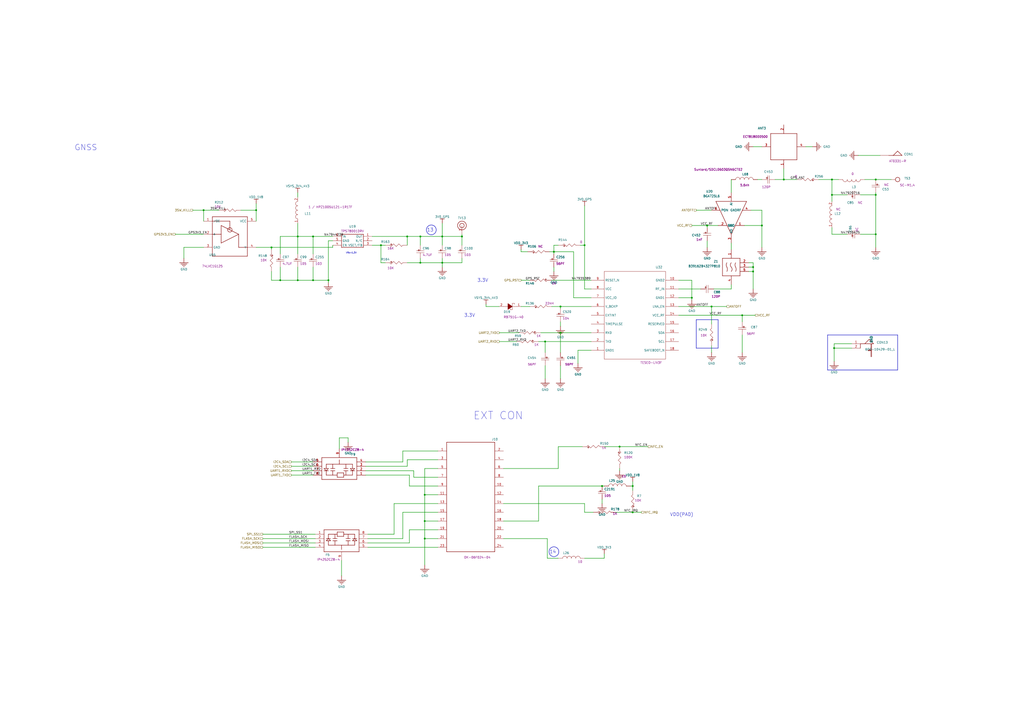
<source format=kicad_sch>
(kicad_sch (version 20231120) (generator "eeschema") (generator_version "8.0")
  (paper "A2")
  (title_block (title "Librem 5 Mainboard") (date "2024-03-21") (rev "v1.0.6") (company "Purism SPC") (comment 1 "GNU GPLv3+") (comment 2 "Copyright"))
  (junction (at 181.61 162.56))
  (junction (at 339.09 142.24))
  (junction (at 172.72 137.16))
  (junction (at 412.75 177.8))
  (junction (at 441.96 130.81))
  (junction (at 190.5 162.56))
  (junction (at 454.66 104.14))
  (junction (at 236.22 137.16))
  (junction (at 243.84 137.16))
  (junction (at 256.54 152.4))
  (junction (at 246.38 312.42))
  (junction (at 157.48 143.51))
  (junction (at 401.32 172.72))
  (junction (at 256.54 137.16))
  (junction (at 367.03 281.94))
  (junction (at 172.72 162.56))
  (junction (at 436.88 154.94))
  (junction (at 181.61 137.16))
  (junction (at 482.6 113.03))
  (junction (at 483.87 201.93))
  (junction (at 148.59 121.92))
  (junction (at 162.56 162.56))
  (junction (at 508 113.03))
  (junction (at 482.6 104.14))
  (junction (at 325.12 177.8))
  (junction (at 321.31 146.05))
  (junction (at 118.11 121.92))
  (junction (at 359.41 259.08))
  (junction (at 436.88 157.48))
  (junction (at 316.23 198.12))
  (junction (at 410.21 130.81))
  (junction (at 508 135.89))
  (junction (at 246.38 302.26))
  (junction (at 325.12 193.04))
  (junction (at 508 104.14))
  (junction (at 267.97 137.16))
  (junction (at 367.03 297.18))
  (junction (at 430.53 182.88))
  (junction (at 220.98 142.24))
  (junction (at 246.38 287.02))
  (junction (at 243.84 152.4))
  (junction (at 349.25 281.94))
  (polyline (pts (xy 520.7 194.31) (xy 480.06 194.31)) (stroke (width 0.254) (type solid)))
  (wire (pts (xy 106.68 143.51) (xy 106.68 149.86)) (stroke (width 0.254)))
  (wire (pts (xy 172.72 137.16) (xy 172.72 129.54)) (stroke (width 0.254)))
  (polyline (pts (xy 403.86 185.42) (xy 403.86 201.93)) (stroke (width 0.254) (type solid)))
  (wire (pts (xy 267.97 152.4) (xy 256.54 152.4)) (stroke (width 0.254)))
  (wire (pts (xy 342.9 203.2) (xy 335.28 203.2)) (stroke (width 0.254)))
  (wire (pts (xy 486.41 104.14) (xy 482.6 104.14)) (stroke (width 0.254)))
  (wire (pts (xy 220.98 142.24) (xy 215.9 142.24)) (stroke (width 0.254)))
  (wire (pts (xy 198.12 325.12) (xy 198.12 334.01)) (stroke (width 0.254)))
  (wire (pts (xy 323.85 259.08) (xy 323.85 271.78)) (stroke (width 0.254)))
  (wire (pts (xy 316.23 204.47) (xy 316.23 198.12)) (stroke (width 0.254)))
  (wire (pts (xy 350.52 323.85) (xy 350.52 321.31)) (stroke (width 0.254)))
  (wire (pts (xy 499.11 113.03) (xy 508 113.03)) (stroke (width 0.254)))
  (wire (pts (xy 256.54 152.4) (xy 243.84 152.4)) (stroke (width 0.254)))
  (wire (pts (xy 435.61 121.92) (xy 441.96 121.92)) (stroke (width 0.254)))
  (wire (pts (xy 243.84 142.24) (xy 243.84 137.16)) (stroke (width 0.254)))
  (wire (pts (xy 236.22 270.51) (xy 212.09 270.51)) (stroke (width 0.254)))
  (wire (pts (xy 236.22 266.7) (xy 236.22 270.51)) (stroke (width 0.254)))
  (wire (pts (xy 237.49 281.94) (xy 254 281.94)) (stroke (width 0.254)))
  (wire (pts (xy 401.32 162.56) (xy 393.7 162.56)) (stroke (width 0.254)))
  (wire (pts (xy 254 266.7) (xy 236.22 266.7)) (stroke (width 0.254)))
  (wire (pts (xy 312.42 302.26) (xy 312.42 281.94)) (stroke (width 0.254)))
  (wire (pts (xy 412.75 187.96) (xy 412.75 177.8)) (stroke (width 0.254)))
  (wire (pts (xy 482.6 104.14) (xy 474.98 104.14)) (stroke (width 0.254)))
  (wire (pts (xy 240.03 273.05) (xy 240.03 276.86)) (stroke (width 0.254)))
  (wire (pts (xy 237.49 314.96) (xy 237.49 307.34)) (stroke (width 0.254)))
  (wire (pts (xy 313.69 193.04) (xy 325.12 193.04)) (stroke (width 0.254)))
  (wire (pts (xy 228.6 309.88) (xy 228.6 292.1)) (stroke (width 0.254)))
  (polyline (pts (xy 520.7 214.63) (xy 520.7 194.31)) (stroke (width 0.254) (type solid)))
  (wire (pts (xy 325.12 179.07) (xy 325.12 177.8)) (stroke (width 0.254)))
  (wire (pts (xy 196.85 254) (xy 201.93 254)) (stroke (width 0.254)))
  (wire (pts (xy 321.31 146.05) (xy 332.74 146.05)) (stroke (width 0.254)))
  (wire (pts (xy 410.21 132.08) (xy 410.21 130.81)) (stroke (width 0.254)))
  (wire (pts (xy 300.99 193.04) (xy 289.56 193.04)) (stroke (width 0.254)))
  (wire (pts (xy 213.36 314.96) (xy 237.49 314.96)) (stroke (width 0.254)))
  (wire (pts (xy 318.77 146.05) (xy 321.31 146.05)) (stroke (width 0.254)))
  (wire (pts (xy 182.88 309.88) (xy 152.4 309.88)) (stroke (width 0.254)))
  (polyline (pts (xy 480.06 214.63) (xy 520.7 214.63)) (stroke (width 0.254) (type solid)))
  (wire (pts (xy 267.97 142.24) (xy 267.97 137.16)) (stroke (width 0.254)))
  (wire (pts (xy 190.5 163.83) (xy 190.5 162.56)) (stroke (width 0.254)))
  (wire (pts (xy 157.48 162.56) (xy 157.48 157.48)) (stroke (width 0.254)))
  (wire (pts (xy 483.87 201.93) (xy 483.87 209.55)) (stroke (width 0.254)))
  (wire (pts (xy 162.56 162.56) (xy 157.48 162.56)) (stroke (width 0.254)))
  (wire (pts (xy 339.09 323.85) (xy 350.52 323.85)) (stroke (width 0.254)))
  (wire (pts (xy 430.53 182.88) (xy 393.7 182.88)) (stroke (width 0.254)))
  (wire (pts (xy 365.76 281.94) (xy 367.03 281.94)) (stroke (width 0.254)))
  (wire (pts (xy 243.84 137.16) (xy 256.54 137.16)) (stroke (width 0.254)))
  (wire (pts (xy 157.48 144.78) (xy 157.48 143.51)) (stroke (width 0.254)))
  (wire (pts (xy 181.61 154.94) (xy 181.61 162.56)) (stroke (width 0.254)))
  (wire (pts (xy 139.7 121.92) (xy 148.59 121.92)) (stroke (width 0.254)))
  (wire (pts (xy 424.18 111.76) (xy 424.18 104.14)) (stroke (width 0.254)))
  (wire (pts (xy 148.59 121.92) (xy 148.59 118.11)) (stroke (width 0.254)))
  (wire (pts (xy 201.93 254) (xy 201.93 256.54)) (stroke (width 0.254)))
  (wire (pts (xy 335.28 203.2) (xy 335.28 210.82)) (stroke (width 0.254)))
  (wire (pts (xy 307.34 162.56) (xy 302.26 162.56)) (stroke (width 0.254)))
  (wire (pts (xy 323.85 323.85) (xy 317.5 323.85)) (stroke (width 0.254)))
  (wire (pts (xy 317.5 323.85) (xy 317.5 312.42)) (stroke (width 0.254)))
  (wire (pts (xy 237.49 275.59) (xy 237.49 281.94)) (stroke (width 0.254)))
  (wire (pts (xy 401.32 172.72) (xy 401.32 162.56)) (stroke (width 0.254)))
  (wire (pts (xy 454.66 97.79) (xy 454.66 104.14)) (stroke (width 0.254)))
  (wire (pts (xy 412.75 200.66) (xy 412.75 204.47)) (stroke (width 0.254)))
  (wire (pts (xy 233.68 261.62) (xy 233.68 267.97)) (stroke (width 0.254)))
  (wire (pts (xy 148.59 128.27) (xy 148.59 121.92)) (stroke (width 0.254)))
  (wire (pts (xy 190.5 162.56) (xy 190.5 139.7)) (stroke (width 0.254)))
  (wire (pts (xy 236.22 152.4) (xy 243.84 152.4)) (stroke (width 0.254)))
  (wire (pts (xy 467.36 85.09) (xy 471.17 85.09)) (stroke (width 0.254)))
  (wire (pts (xy 510.54 90.17) (xy 497.84 90.17)) (stroke (width 0.254)))
  (polyline (pts (xy 480.06 194.31) (xy 480.06 214.63)) (stroke (width 0.254) (type solid)))
  (wire (pts (xy 289.56 177.8) (xy 281.94 177.8)) (stroke (width 0.254)))
  (wire (pts (xy 441.96 130.81) (xy 441.96 143.51)) (stroke (width 0.254)))
  (wire (pts (xy 349.25 289.56) (xy 349.25 292.1)) (stroke (width 0.254)))
  (wire (pts (xy 317.5 312.42) (xy 292.1 312.42)) (stroke (width 0.254)))
  (wire (pts (xy 267.97 135.89) (xy 267.97 137.16)) (stroke (width 0.254)))
  (wire (pts (xy 482.6 113.03) (xy 482.6 104.14)) (stroke (width 0.254)))
  (wire (pts (xy 424.18 140.97) (xy 424.18 144.78)) (stroke (width 0.254)))
  (wire (pts (xy 236.22 142.24) (xy 236.22 137.16)) (stroke (width 0.254)))
  (wire (pts (xy 332.74 146.05) (xy 332.74 172.72)) (stroke (width 0.254)))
  (wire (pts (xy 449.58 104.14) (xy 454.66 104.14)) (stroke (width 0.254)))
  (wire (pts (xy 342.9 167.64) (xy 339.09 167.64)) (stroke (width 0.254)))
  (wire (pts (xy 118.11 143.51) (xy 106.68 143.51)) (stroke (width 0.254)))
  (wire (pts (xy 434.34 157.48) (xy 436.88 157.48)) (stroke (width 0.254)))
  (wire (pts (xy 410.21 130.81) (xy 401.32 130.81)) (stroke (width 0.254)))
  (wire (pts (xy 246.38 312.42) (xy 246.38 327.66)) (stroke (width 0.254)))
  (wire (pts (xy 339.09 292.1) (xy 292.1 292.1)) (stroke (width 0.254)))
  (wire (pts (xy 182.88 317.5) (xy 152.4 317.5)) (stroke (width 0.254)))
  (wire (pts (xy 332.74 172.72) (xy 342.9 172.72)) (stroke (width 0.254)))
  (wire (pts (xy 499.11 135.89) (xy 508 135.89)) (stroke (width 0.254)))
  (wire (pts (xy 233.68 312.42) (xy 233.68 297.18)) (stroke (width 0.254)))
  (wire (pts (xy 306.07 146.05) (xy 302.26 146.05)) (stroke (width 0.254)))
  (wire (pts (xy 181.61 147.32) (xy 181.61 137.16)) (stroke (width 0.254)))
  (wire (pts (xy 246.38 287.02) (xy 246.38 302.26)) (stroke (width 0.254)))
  (wire (pts (xy 367.03 284.48) (xy 367.03 281.94)) (stroke (width 0.254)))
  (wire (pts (xy 172.72 137.16) (xy 181.61 137.16)) (stroke (width 0.254)))
  (wire (pts (xy 236.22 137.16) (xy 215.9 137.16)) (stroke (width 0.254)))
  (wire (pts (xy 350.52 259.08) (xy 359.41 259.08)) (stroke (width 0.254)))
  (wire (pts (xy 337.82 259.08) (xy 323.85 259.08)) (stroke (width 0.254)))
  (wire (pts (xy 162.56 137.16) (xy 162.56 147.32)) (stroke (width 0.254)))
  (wire (pts (xy 223.52 152.4) (xy 220.98 152.4)) (stroke (width 0.254)))
  (wire (pts (xy 118.11 121.92) (xy 111.76 121.92)) (stroke (width 0.254)))
  (polyline (pts (xy 416.56 201.93) (xy 416.56 185.42)) (stroke (width 0.254) (type solid)))
  (wire (pts (xy 213.36 317.5) (xy 254 317.5)) (stroke (width 0.254)))
  (wire (pts (xy 254 312.42) (xy 246.38 312.42)) (stroke (width 0.254)))
  (wire (pts (xy 436.88 152.4) (xy 436.88 154.94)) (stroke (width 0.254)))
  (wire (pts (xy 196.85 260.35) (xy 196.85 254)) (stroke (width 0.254)))
  (wire (pts (xy 321.31 154.94) (xy 321.31 157.48)) (stroke (width 0.254)))
  (wire (pts (xy 246.38 302.26) (xy 246.38 312.42)) (stroke (width 0.254)))
  (wire (pts (xy 359.41 259.08) (xy 375.92 259.08)) (stroke (width 0.254)))
  (wire (pts (xy 172.72 137.16) (xy 162.56 137.16)) (stroke (width 0.254)))
  (wire (pts (xy 393.7 167.64) (xy 406.4 167.64)) (stroke (width 0.254)))
  (wire (pts (xy 172.72 162.56) (xy 172.72 154.94)) (stroke (width 0.254)))
  (wire (pts (xy 344.17 297.18) (xy 339.09 297.18)) (stroke (width 0.254)))
  (wire (pts (xy 321.31 147.32) (xy 321.31 146.05)) (stroke (width 0.254)))
  (wire (pts (xy 323.85 271.78) (xy 292.1 271.78)) (stroke (width 0.254)))
  (wire (pts (xy 299.72 198.12) (xy 289.56 198.12)) (stroke (width 0.254)))
  (wire (pts (xy 312.42 281.94) (xy 349.25 281.94)) (stroke (width 0.254)))
  (wire (pts (xy 256.54 154.94) (xy 256.54 152.4)) (stroke (width 0.254)))
  (wire (pts (xy 339.09 297.18) (xy 339.09 292.1)) (stroke (width 0.254)))
  (wire (pts (xy 316.23 212.09) (xy 316.23 219.71)) (stroke (width 0.254)))
  (wire (pts (xy 181.61 137.16) (xy 193.04 137.16)) (stroke (width 0.254)))
  (wire (pts (xy 339.09 142.24) (xy 339.09 119.38)) (stroke (width 0.254)))
  (wire (pts (xy 316.23 198.12) (xy 342.9 198.12)) (stroke (width 0.254)))
  (wire (pts (xy 213.36 309.88) (xy 228.6 309.88)) (stroke (width 0.254)))
  (wire (pts (xy 430.53 186.69) (xy 430.53 182.88)) (stroke (width 0.254)))
  (wire (pts (xy 401.32 172.72) (xy 393.7 172.72)) (stroke (width 0.254)))
  (wire (pts (xy 267.97 137.16) (xy 256.54 137.16)) (stroke (width 0.254)))
  (wire (pts (xy 401.32 173.99) (xy 401.32 172.72)) (stroke (width 0.254)))
  (wire (pts (xy 508 113.03) (xy 508 135.89)) (stroke (width 0.254)))
  (wire (pts (xy 372.11 297.18) (xy 367.03 297.18)) (stroke (width 0.254)))
  (wire (pts (xy 212.09 275.59) (xy 237.49 275.59)) (stroke (width 0.254)))
  (wire (pts (xy 431.8 130.81) (xy 441.96 130.81)) (stroke (width 0.254)))
  (wire (pts (xy 302.26 146.05) (xy 302.26 144.78)) (stroke (width 0.254)))
  (wire (pts (xy 172.72 137.16) (xy 172.72 147.32)) (stroke (width 0.254)))
  (wire (pts (xy 220.98 152.4) (xy 220.98 142.24)) (stroke (width 0.254)))
  (wire (pts (xy 325.12 193.04) (xy 342.9 193.04)) (stroke (width 0.254)))
  (polyline (pts (xy 403.86 201.93) (xy 416.56 201.93)) (stroke (width 0.254) (type solid)))
  (wire (pts (xy 240.03 276.86) (xy 254 276.86)) (stroke (width 0.254)))
  (polyline (pts (xy 416.56 185.42) (xy 403.86 185.42)) (stroke (width 0.254) (type solid)))
  (wire (pts (xy 323.85 142.24) (xy 321.31 142.24)) (stroke (width 0.254)))
  (wire (pts (xy 356.87 297.18) (xy 367.03 297.18)) (stroke (width 0.254)))
  (wire (pts (xy 325.12 186.69) (xy 325.12 189.23)) (stroke (width 0.254)))
  (wire (pts (xy 127 121.92) (xy 118.11 121.92)) (stroke (width 0.254)))
  (wire (pts (xy 508 143.51) (xy 508 135.89)) (stroke (width 0.254)))
  (wire (pts (xy 410.21 139.7) (xy 410.21 143.51)) (stroke (width 0.254)))
  (wire (pts (xy 181.61 270.51) (xy 168.91 270.51)) (stroke (width 0.254)))
  (wire (pts (xy 256.54 137.16) (xy 256.54 129.54)) (stroke (width 0.254)))
  (wire (pts (xy 410.21 130.81) (xy 416.56 130.81)) (stroke (width 0.254)))
  (wire (pts (xy 312.42 198.12) (xy 316.23 198.12)) (stroke (width 0.254)))
  (wire (pts (xy 162.56 162.56) (xy 162.56 154.94)) (stroke (width 0.254)))
  (wire (pts (xy 508 104.14) (xy 516.89 104.14)) (stroke (width 0.254)))
  (wire (pts (xy 434.34 152.4) (xy 436.88 152.4)) (stroke (width 0.254)))
  (wire (pts (xy 441.96 104.14) (xy 439.42 104.14)) (stroke (width 0.254)))
  (wire (pts (xy 254 261.62) (xy 233.68 261.62)) (stroke (width 0.254)))
  (wire (pts (xy 233.68 267.97) (xy 212.09 267.97)) (stroke (width 0.254)))
  (wire (pts (xy 182.88 312.42) (xy 152.4 312.42)) (stroke (width 0.254)))
  (wire (pts (xy 321.31 142.24) (xy 321.31 146.05)) (stroke (width 0.254)))
  (wire (pts (xy 336.55 142.24) (xy 339.09 142.24)) (stroke (width 0.254)))
  (wire (pts (xy 223.52 142.24) (xy 220.98 142.24)) (stroke (width 0.254)))
  (wire (pts (xy 483.87 199.39) (xy 483.87 201.93)) (stroke (width 0.254)))
  (wire (pts (xy 325.12 177.8) (xy 320.04 177.8)) (stroke (width 0.254)))
  (wire (pts (xy 213.36 312.42) (xy 233.68 312.42)) (stroke (width 0.254)))
  (wire (pts (xy 441.96 85.09) (xy 436.88 85.09)) (stroke (width 0.254)))
  (wire (pts (xy 118.11 135.89) (xy 101.6 135.89)) (stroke (width 0.254)))
  (wire (pts (xy 494.03 199.39) (xy 483.87 199.39)) (stroke (width 0.254)))
  (wire (pts (xy 281.94 177.8) (xy 281.94 176.53)) (stroke (width 0.254)))
  (wire (pts (xy 246.38 271.78) (xy 246.38 287.02)) (stroke (width 0.254)))
  (wire (pts (xy 436.88 154.94) (xy 436.88 157.48)) (stroke (width 0.254)))
  (wire (pts (xy 339.09 167.64) (xy 339.09 142.24)) (stroke (width 0.254)))
  (wire (pts (xy 267.97 149.86) (xy 267.97 152.4)) (stroke (width 0.254)))
  (wire (pts (xy 430.53 194.31) (xy 430.53 204.47)) (stroke (width 0.254)))
  (wire (pts (xy 302.26 177.8) (xy 307.34 177.8)) (stroke (width 0.254)))
  (wire (pts (xy 228.6 292.1) (xy 254 292.1)) (stroke (width 0.254)))
  (wire (pts (xy 367.03 281.94) (xy 367.03 279.4)) (stroke (width 0.254)))
  (wire (pts (xy 157.48 143.51) (xy 193.04 143.51)) (stroke (width 0.254)))
  (wire (pts (xy 148.59 143.51) (xy 157.48 143.51)) (stroke (width 0.254)))
  (wire (pts (xy 212.09 273.05) (xy 240.03 273.05)) (stroke (width 0.254)))
  (wire (pts (xy 342.9 177.8) (xy 325.12 177.8)) (stroke (width 0.254)))
  (wire (pts (xy 454.66 104.14) (xy 462.28 104.14)) (stroke (width 0.254)))
  (wire (pts (xy 434.34 154.94) (xy 436.88 154.94)) (stroke (width 0.254)))
  (wire (pts (xy 243.84 137.16) (xy 236.22 137.16)) (stroke (width 0.254)))
  (wire (pts (xy 482.6 135.89) (xy 482.6 132.08)) (stroke (width 0.254)))
  (wire (pts (xy 430.53 182.88) (xy 438.15 182.88)) (stroke (width 0.254)))
  (wire (pts (xy 181.61 275.59) (xy 168.91 275.59)) (stroke (width 0.254)))
  (wire (pts (xy 441.96 121.92) (xy 441.96 130.81)) (stroke (width 0.254)))
  (wire (pts (xy 482.6 116.84) (xy 482.6 113.03)) (stroke (width 0.254)))
  (wire (pts (xy 181.61 273.05) (xy 168.91 273.05)) (stroke (width 0.254)))
  (wire (pts (xy 237.49 307.34) (xy 254 307.34)) (stroke (width 0.254)))
  (wire (pts (xy 254 271.78) (xy 246.38 271.78)) (stroke (width 0.254)))
  (wire (pts (xy 393.7 177.8) (xy 412.75 177.8)) (stroke (width 0.254)))
  (wire (pts (xy 118.11 121.92) (xy 118.11 128.27)) (stroke (width 0.254)))
  (wire (pts (xy 181.61 267.97) (xy 168.91 267.97)) (stroke (width 0.254)))
  (wire (pts (xy 359.41 271.78) (xy 359.41 273.05)) (stroke (width 0.254)))
  (wire (pts (xy 190.5 139.7) (xy 193.04 139.7)) (stroke (width 0.254)))
  (wire (pts (xy 412.75 177.8) (xy 421.64 177.8)) (stroke (width 0.254)))
  (wire (pts (xy 491.49 135.89) (xy 482.6 135.89)) (stroke (width 0.254)))
  (wire (pts (xy 414.02 167.64) (xy 424.18 167.64)) (stroke (width 0.254)))
  (wire (pts (xy 254 287.02) (xy 246.38 287.02)) (stroke (width 0.254)))
  (wire (pts (xy 172.72 111.76) (xy 172.72 114.3)) (stroke (width 0.254)))
  (wire (pts (xy 501.65 104.14) (xy 508 104.14)) (stroke (width 0.254)))
  (wire (pts (xy 193.04 143.51) (xy 193.04 142.24)) (stroke (width 0.254)))
  (wire (pts (xy 491.49 113.03) (xy 482.6 113.03)) (stroke (width 0.254)))
  (wire (pts (xy 508 111.76) (xy 508 113.03)) (stroke (width 0.254)))
  (wire (pts (xy 254 302.26) (xy 246.38 302.26)) (stroke (width 0.254)))
  (wire (pts (xy 436.88 157.48) (xy 436.88 167.64)) (stroke (width 0.254)))
  (wire (pts (xy 256.54 152.4) (xy 256.54 149.86)) (stroke (width 0.254)))
  (wire (pts (xy 325.12 212.09) (xy 325.12 219.71)) (stroke (width 0.254)))
  (wire (pts (xy 181.61 162.56) (xy 172.72 162.56)) (stroke (width 0.254)))
  (wire (pts (xy 350.52 281.94) (xy 349.25 281.94)) (stroke (width 0.254)))
  (wire (pts (xy 256.54 137.16) (xy 256.54 142.24)) (stroke (width 0.254)))
  (wire (pts (xy 494.03 201.93) (xy 483.87 201.93)) (stroke (width 0.254)))
  (wire (pts (xy 320.04 162.56) (xy 342.9 162.56)) (stroke (width 0.254)))
  (wire (pts (xy 412.75 121.92) (xy 403.86 121.92)) (stroke (width 0.254)))
  (wire (pts (xy 233.68 297.18) (xy 254 297.18)) (stroke (width 0.254)))
  (wire (pts (xy 424.18 167.64) (xy 424.18 165.1)) (stroke (width 0.254)))
  (wire (pts (xy 243.84 152.4) (xy 243.84 149.86)) (stroke (width 0.254)))
  (wire (pts (xy 190.5 162.56) (xy 181.61 162.56)) (stroke (width 0.254)))
  (wire (pts (xy 182.88 314.96) (xy 152.4 314.96)) (stroke (width 0.254)))
  (wire (pts (xy 172.72 162.56) (xy 162.56 162.56)) (stroke (width 0.254)))
  (wire (pts (xy 325.12 204.47) (xy 325.12 193.04)) (stroke (width 0.254)))
  (wire (pts (xy 292.1 302.26) (xy 312.42 302.26)) (stroke (width 0.254)))
  (circle (center 321.31 320.04) (radius 2.845) (stroke (width 0.254)))
  (circle (center 250.19 133.35) (radius 2.845) (stroke (width 0.254)))
  (text "EXT CON" (at 303.53 243.84 0) (effects (font (size 4.445 4.445)) (justify right bottom)))
  (text "14" (at 318.77 321.31 0) (effects (font (size 1.905 1.905)) (justify left bottom)))
  (text "3.3V" (at 269.24 184.15 0) (effects (font (size 1.905 1.905)) (justify left bottom)))
  (text "Vfb=1.2V" (at 200.66 147.32 0) (effects (font (size 0.889 0.889)) (justify left bottom)))
  (text "3.3V" (at 276.86 163.83 0) (effects (font (size 1.905 1.905)) (justify left bottom)))
  (text "13" (at 247.65 134.62 0) (effects (font (size 1.905 1.905)) (justify left bottom)))
  (text "VDD(PAD)" (at 388.62 299.72 0) (effects (font (size 1.905 1.905)) (justify left bottom)))
  (text "GNSS" (at 43.18 87.63 0) (effects (font (size 3.302 3.302)) (justify left bottom)))
  (label "UART2_TXD" (at 294.64 193.04 0))
  (label "ANTOFF" (at 408.94 121.92 0))
  (label "UART2_RXD" (at 294.64 198.12 0))
  (label "VCC_RF" (at 406.4 130.81 0))
  (label "ANTOFF" (at 403.86 177.8 0))
  (label "I2C4_SCL" (at 175.26 270.51 0))
  (label "GPS_RST" (at 304.8 162.56 0))
  (label "SPI_SS1" (at 167.64 309.88 0))
  (label "NFC_EN" (at 368.3 259.08 0))
  (label "N47935389" (at 331.47 162.56 0))
  (label "N47944239" (at 187.96 137.16 0))
  (label "UART1_TXD" (at 175.26 275.59 0))
  (label "GPS_ANT" (at 458.47 104.14 0))
  (label "I2C4_SDA" (at 175.26 267.97 0))
  (label "N47935425" (at 487.68 135.89 0))
  (label "VCC_RF" (at 411.48 182.88 0))
  (label "3SW_KILL" (at 121.92 121.92 0))
  (label "GPS3V3_EN" (at 109.22 135.89 0))
  (label "N47920716" (at 487.68 113.03 0))
  (label "UART1_RXD" (at 175.26 273.05 0))
  (label "NFC_IRQ" (at 361.95 297.18 0))
  (label "FLASH_SCK" (at 167.64 312.42 0))
  (label "FLASH_MISO" (at 167.64 317.5 0))
  (label "FLASH_MOSI" (at 167.64 314.96 0))
  (hierarchical_label "GPS_RST" (shape passive) (at 302.26 162.56 180))
  (hierarchical_label "FLASH_MOSI" (shape passive) (at 152.4 314.96 180))
  (hierarchical_label "3SW_KILL" (shape passive) (at 111.76 121.92 180))
  (hierarchical_label "NFC_EN" (shape passive) (at 375.92 259.08 0))
  (hierarchical_label "ANTOFF" (shape passive) (at 421.64 177.8 0))
  (hierarchical_label "I2C4_SCL" (shape passive) (at 168.91 270.51 180))
  (hierarchical_label "FLASH_SCK" (shape passive) (at 152.4 312.42 180))
  (hierarchical_label "UART2_RXD" (shape passive) (at 289.56 198.12 180))
  (hierarchical_label "VCC_RF" (shape passive) (at 401.32 130.81 180))
  (hierarchical_label "I2C4_SDA" (shape passive) (at 168.91 267.97 180))
  (hierarchical_label "UART1_RXD" (shape passive) (at 168.91 273.05 180))
  (hierarchical_label "SPI_SS1" (shape passive) (at 152.4 309.88 180))
  (hierarchical_label "GPS3V3_EN" (shape passive) (at 101.6 135.89 180))
  (hierarchical_label "UART1_TXD" (shape passive) (at 168.91 275.59 180))
  (hierarchical_label "VCC_RF" (shape passive) (at 438.15 182.88 0))
  (hierarchical_label "FLASH_MISO" (shape passive) (at 152.4 317.5 180))
  (hierarchical_label "NFC_IRQ" (shape passive) (at 372.11 297.18 0))
  (hierarchical_label "UART2_TXD" (shape passive) (at 289.56 193.04 180))
  (hierarchical_label "ANTOFF" (shape passive) (at 403.86 121.92 180))
  (symbol (lib_id "C-15_GNSS_EXT_CON:root_3_mirrored_C0201") (at 411.48 165.1 0) (unit 1)
    (property "Reference" "C88" (at 417.83 170.18 0) (effects (justify right bottom)))
    (property "Value" "C0201" (effects (hide yes)))
    (property "Footprint" "CAP-0201" (effects (hide yes)))
    (property "VOLTAGE" "25V" (effects (hide yes)))
    (property "DESCRIPTION" "CAP CER 120PF 25V 10% NPO 0201" (effects (hide yes)))
    (property "PCB DECAL" "CAP-0201" (effects (hide yes)))
    (property "VALUE" "120P" (at 417.83 172.72 0) (effects (justify right bottom)))
    (property "GEOMETRY.HEIGHT" "0.3MM" (effects (hide yes)))
    (property "PCB FOOTPRINT" "201" (effects (hide yes)))
  )
  (symbol (lib_id "C-15_GNSS_EXT_CON:root_0_C0201") (at 265.43 147.32 0) (unit 1)
    (property "Reference" "C100" (at 269.24 144.78 0) (effects (justify left bottom)))
    (property "Value" "C0201" (effects (hide yes)))
    (property "Footprint" "CAP-0201" (effects (hide yes)))
    (property "VOLTAGE" "25V" (effects (hide yes)))
    (property "DESCRIPTION" "CAP CER 0.01uF 25V 20% X5R 0201" (effects (hide yes)))
    (property "PCB DECAL" "CAP-0201" (effects (hide yes)))
    (property "VALUE" "103" (at 269.24 148.59 0) (effects (justify left bottom)))
    (property "GEOMETRY.HEIGHT" "0.3MM" (effects (hide yes)))
    (property "PCB FOOTPRINT" "201" (effects (hide yes)))
  )
  (symbol (lib_id "C-15_GNSS_EXT_CON:root_1_C0201") (at 496.57 138.43 0) (unit 1)
    (property "Reference" "C86" (at 494.03 134.62 90) (effects (justify left bottom)))
    (property "Value" "C0201" (effects (hide yes)))
    (property "Footprint" "CAP-0201" (effects (hide yes)))
    (property "DESCRIPTION" "Z CAP CER 1uF 6V3 20% X5R 0201" (effects (hide yes)))
    (property "PCB DECAL" "CAP-0201" (effects (hide yes)))
    (property "VALUE" "NC" (at 497.84 134.62 90) (effects (justify left bottom)))
    (property "GEOMETRY.HEIGHT" "0.3MM" (effects (hide yes)))
    (property "PCB FOOTPRINT" "201" (effects (hide yes)))
  )
  (symbol (lib_id "C-15_GNSS_EXT_CON:GND") (at 106.68 149.86 0) (unit 1)
    (property "Reference" "#PWR?" (effects (hide yes)))
    (property "Value" "GND" (at 106.68 156.21 0))
  )
  (symbol (lib_id "C-15_GNSS_EXT_CON:root_0_mirrored_MAX-8") (at 386.08 208.28 0) (unit 1)
    (property "Reference" "U32" (at 384.302 155.702 0) (effects (justify right bottom)))
    (property "Value" "MAX-8" (effects (hide yes)))
    (property "Footprint" "MAX-8" (effects (hide yes)))
    (property "PCB DECAL" "MAX-8" (effects (hide yes)))
    (property "VALUE" "TESEO-LIV3F" (at 384.048 211.074 0) (effects (justify right bottom)))
    (property "GEOMETRY.HEIGHT" "2.7mm" (effects (hide yes)))
    (property "DESCRIPTION" "IC GPS GLONASS, Galileo,BeiDu ,QZSS" (effects (hide yes)))
    (property "PCB FOOTPRINT" "10x9.7x2.3mm" (effects (hide yes)))
    (property "MFG_NAME" "ST" (effects (hide yes)))
  )
  (symbol (lib_id "C-15_GNSS_EXT_CON:GND") (at 201.93 256.54 0) (unit 1)
    (property "Reference" "#PWR?" (effects (hide yes)))
    (property "Value" "GND" (at 201.93 262.89 0))
  )
  (symbol (lib_id "C-15_GNSS_EXT_CON:GND") (at 441.96 143.51 0) (unit 1)
    (property "Reference" "#PWR?" (effects (hide yes)))
    (property "Value" "GND" (at 441.96 149.86 0))
  )
  (symbol (lib_id "C-15_GNSS_EXT_CON:root_3_mirrored_RES_2") (at 233.68 139.7 0) (unit 1)
    (property "Reference" "R163" (at 226.06 140.97 0) (effects (justify right bottom)))
    (property "Value" "RES_2" (effects (hide yes)))
    (property "Footprint" "RES-0201" (effects (hide yes)))
    (property "PCB DECAL" "RES-0201" (effects (hide yes)))
    (property "DESCRIPTION" "Resistor Chip 0201 16K Ohm 1/16W 1% RALEC" (effects (hide yes)))
    (property "VALUE" "16K" (at 228.6 144.78 0) (effects (justify right bottom)))
    (property "GEOMETRY.HEIGHT" "0.3MM" (effects (hide yes)))
    (property "PCB FOOTPRINT" "201" (effects (hide yes)))
  )
  (symbol (lib_id "C-15_GNSS_EXT_CON:VDD_3V3") (at 350.52 321.31 180) (unit 1)
    (property "Reference" "#PWR?" (effects (hide yes)))
    (property "Value" "VDD_3V3" (at 350.52 317.5 0))
  )
  (symbol (lib_id "C-15_GNSS_EXT_CON:root_0_mirrored_CAMERA24PIN035-NFC") (at 289.56 320.04 0) (unit 1)
    (property "Reference" "J10" (at 287.02 255.524 0) (effects (justify bottom)))
    (property "Value" "CAMERA24PIN035-NFC" (effects (hide yes)))
    (property "Footprint" "24PIN-AXE524127" (effects (hide yes)))
    (property "VALUE" "OK-06F024-04" (at 276.86 322.58 0) (effects (justify top)))
    (property "PCB FOOTPRINT" "7.5x2.2x0.8mm" (effects (hide yes)))
    (property "PCB DECAL" "24PIN-AXE524127" (effects (hide yes)))
    (property "GEOMETRY.HEIGHT" "0.6MM" (effects (hide yes)))
    (property "DESCRIPTION" "SOCKET Board-to-FPC Ä¸×ù 0.4mm  24pin ºÏ¸ß0.8mm" (effects (hide yes)))
    (property "MFG_NAME" "ÑÇÆë" (effects (hide yes)))
  )
  (symbol (lib_id "C-15_GNSS_EXT_CON:root_2_BEAD-0402") (at 485.14 119.38 0) (unit 1)
    (property "Reference" "L12" (at 487.68 123.19 0) (effects (justify right top)))
    (property "Value" "BEAD-0402" (effects (hide yes)))
    (property "Footprint" "IND-0402" (effects (hide yes)))
    (property "PCB DECAL" "IND-0402" (effects (hide yes)))
    (property "DESCRIPTION" "Z FB 120ohm@100MHz 100ohm@1GHz DCR0.13ohm 1.1A T:0.5mm" (effects (hide yes)))
    (property "VALUE" "NC" (at 487.68 120.65 0) (effects (justify right top)))
    (property "GEOMETRY.HEIGHT" "0.5MM" (effects (hide yes)))
    (property "MFG_NAME" "Sunlord" (effects (hide yes)))
    (property "PCB FOOTPRINT" "402" (effects (hide yes)))
  )
  (symbol (lib_id "C-15_GNSS_EXT_CON:root_0_DIODE_SCHTKY_0") (at 292.1 180.34 0) (unit 1)
    (property "Reference" "D19" (at 292.1 181.61 0) (effects (justify left bottom)))
    (property "Value" "DIODE_SCHTKY_0" (effects (hide yes)))
    (property "Footprint" "3D-SOD723" (effects (hide yes)))
    (property "PCB DECAL" "3D-SOD723" (effects (hide yes)))
    (property "DESCRIPTION" "Diode schottky SOD723 40V 30mA mark:5 RB751G-40 ³¤µç" (effects (hide yes)))
    (property "VALUE" "RB751G-40" (at 292.1 184.658 0) (effects (justify left bottom)))
    (property "GEOMETRY.HEIGHT" "0.55MM" (effects (hide yes)))
    (property "PCB FOOTPRINT" "SOD723  1x0.6x0.5mm" (effects (hide yes)))
  )
  (symbol (lib_id "C-15_GNSS_EXT_CON:root_3_mirrored_C0201") (at 447.04 101.6 0) (unit 1)
    (property "Reference" "C453" (at 448.31 100.33 0) (effects (justify right bottom)))
    (property "Value" "C0201" (effects (hide yes)))
    (property "Footprint" "CAP-0201" (effects (hide yes)))
    (property "VOLTAGE" "25V" (effects (hide yes)))
    (property "DESCRIPTION" "CAP CER 120PF 25V 10% NPO 0201" (effects (hide yes)))
    (property "PCB DECAL" "CAP-0201" (effects (hide yes)))
    (property "VALUE" "120P" (at 447.04 109.22 0) (effects (justify right bottom)))
    (property "GEOMETRY.HEIGHT" "0.3MM" (effects (hide yes)))
    (property "PCB FOOTPRINT" "201" (effects (hide yes)))
  )
  (symbol (lib_id "C-15_GNSS_EXT_CON:VDD_1V8") (at 148.59 118.11 180) (unit 1)
    (property "Reference" "#PWR?" (effects (hide yes)))
    (property "Value" "VDD_1V8" (at 148.59 114.3 0))
  )
  (symbol (lib_id "C-15_GNSS_EXT_CON:root_3_mirrored_RES_2") (at 137.16 119.38 0) (unit 1)
    (property "Reference" "R212" (at 129.54 118.11 0) (effects (justify right bottom)))
    (property "Value" "RES_2" (effects (hide yes)))
    (property "Footprint" "RES-0201" (effects (hide yes)))
    (property "PCB DECAL" "RES-0201" (effects (hide yes)))
    (property "DESCRIPTION" "Resistor Chip 0201 10K Ohm 1/16W 1% RALEC" (effects (hide yes)))
    (property "VALUE" "10K" (at 128.27 120.65 0) (effects (justify right bottom)))
    (property "GEOMETRY.HEIGHT" "0.3MM" (effects (hide yes)))
    (property "PCB FOOTPRINT" "201" (effects (hide yes)))
  )
  (symbol (lib_id "C-15_GNSS_EXT_CON:root_0_C0201") (at 346.71 287.02 0) (unit 1)
    (property "Reference" "C2191" (at 350.52 284.48 0) (effects (justify left bottom)))
    (property "Value" "C0201" (effects (hide yes)))
    (property "Footprint" "CAP-0201" (effects (hide yes)))
    (property "VOLTAGE" "6.3V" (effects (hide yes)))
    (property "DESCRIPTION" "CAP CER 1uF 6V3 20% X5R 0201" (effects (hide yes)))
    (property "PCB DECAL" "CAP-0201" (effects (hide yes)))
    (property "VALUE" "105" (at 350.52 288.29 0) (effects (justify left bottom)))
    (property "GEOMETRY.HEIGHT" "0.3MM" (effects (hide yes)))
    (property "PCB FOOTPRINT" "201" (effects (hide yes)))
  )
  (symbol (lib_id "C-15_GNSS_EXT_CON:GND") (at 335.28 210.82 0) (unit 1)
    (property "Reference" "#PWR?" (effects (hide yes)))
    (property "Value" "GND" (at 335.28 217.17 0))
  )
  (symbol (lib_id "C-15_GNSS_EXT_CON:GND") (at 246.38 327.66 0) (unit 1)
    (property "Reference" "#PWR?" (effects (hide yes)))
    (property "Value" "GND" (at 246.38 334.01 0))
  )
  (symbol (lib_id "C-15_GNSS_EXT_CON:GND") (at 410.21 143.51 0) (unit 1)
    (property "Reference" "#PWR?" (effects (hide yes)))
    (property "Value" "GND" (at 410.21 149.86 0))
  )
  (symbol (lib_id "C-15_GNSS_EXT_CON:root_1_mirrored_BEAD-0201") (at 426.72 106.68 0) (unit 1)
    (property "Reference" "L68" (at 430.53 100.33 0) (effects (justify left top)))
    (property "Value" "BEAD-0201" (effects (hide yes)))
    (property "Footprint" "RES-0201" (effects (hide yes)))
    (property "PCB DECAL" "RES-0201" (effects (hide yes)))
    (property "DESCRIPTION" "Ceramic inductor,5.6nH¡À0.2nH,250mA,Q18,0.88¦¸,6000MHz,0201" (effects (hide yes)))
    (property "VALUE" "5.6nh" (at 429.26 106.68 0) (effects (justify left top)))
    (property "GEOMETRY.HEIGHT" "0.5MM" (effects (hide yes)))
    (property "MFG_NAME" "Sunlord/SDCL0603Q5N6CT02" (at 402.59 99.06 0) (effects (justify left bottom)))
    (property "PCB FOOTPRINT" "201" (effects (hide yes)))
  )
  (symbol (lib_id "C-15_GNSS_EXT_CON:GND") (at 256.54 154.94 0) (unit 1)
    (property "Reference" "#PWR?" (effects (hide yes)))
    (property "Value" "GND" (at 256.54 161.29 0))
  )
  (symbol (lib_id "C-15_GNSS_EXT_CON:root_3_mirrored_B39162B4327P810") (at 429.26 149.86 0) (unit 1)
    (property "Reference" "Z1" (at 415.29 152.4 0) (effects (justify bottom)))
    (property "Value" "B39162B4327P810" (at 417.83 153.67 0) (effects (justify right top)))
    (property "Footprint" "B4327" (effects (hide yes)))
    (property "PCB DECAL" "B4327" (effects (hide yes)))
    (property "DESCRIPTION" "SAW RF FILTER B39163B4327P810" (effects (hide yes)))
    (property "MFG_NAME" "TDK" (effects (hide yes)))
    (property "GEOMETRY.HEIGHT" "0.5mm" (effects (hide yes)))
    (property "PCB FOOTPRINT" "1.1mmx1.4mm" (effects (hide yes)))
  )
  (symbol (lib_id "C-15_GNSS_EXT_CON:root_1_RES_2") (at 334.01 144.78 0) (unit 1)
    (property "Reference" "R144" (at 328.93 138.43 0) (effects (justify right top)))
    (property "Value" "RES_2" (effects (hide yes)))
    (property "Footprint" "RES-0201" (effects (hide yes)))
    (property "PCB DECAL" "RES-0201" (effects (hide yes)))
    (property "DESCRIPTION" "Resistor Chip 0201 0R Ohm 1/16W 1% RALEC" (effects (hide yes)))
    (property "VALUE" "0" (at 337.82 139.7 0) (effects (justify right top)))
    (property "GEOMETRY.HEIGHT" "0.3MM" (effects (hide yes)))
    (property "PCB FOOTPRINT" "201" (effects (hide yes)))
  )
  (symbol (lib_id "C-15_GNSS_EXT_CON:root_0_mirrored_C0201") (at 318.77 209.55 0) (unit 1)
    (property "Reference" "C454" (at 311.15 208.28 0) (effects (justify right bottom)))
    (property "Value" "C0201" (effects (hide yes)))
    (property "Footprint" "CAP-0201" (effects (hide yes)))
    (property "DESCRIPTION" "CAP CER 56pF 50Vdc 5% C0G C0201" (effects (hide yes)))
    (property "PCB DECAL" "CAP-0201" (effects (hide yes)))
    (property "VALUE" "56PF" (at 311.15 212.09 0) (effects (justify right bottom)))
    (property "GEOMETRY.HEIGHT" "0.3MM" (effects (hide yes)))
    (property "PCB FOOTPRINT" "201" (effects (hide yes)))
  )
  (symbol (lib_id "C-15_GNSS_EXT_CON:root_0_C0201") (at 407.67 137.16 0) (unit 1)
    (property "Reference" "C452" (at 401.32 137.16 0) (effects (justify left bottom)))
    (property "Value" "C0201" (effects (hide yes)))
    (property "Footprint" "CAP-0201" (effects (hide yes)))
    (property "DESCRIPTION" "Ceramic CAP 1nF 25 10% X5R 0201" (effects (hide yes)))
    (property "PCB DECAL" "CAP-0201" (effects (hide yes)))
    (property "VALUE" "1nF" (at 403.86 139.7 0) (effects (justify left bottom)))
    (property "GEOMETRY.HEIGHT" "0.3MM" (effects (hide yes)))
    (property "PCB FOOTPRINT" "201" (effects (hide yes)))
  )
  (symbol (lib_id "C-15_GNSS_EXT_CON:root_3_mirrored_BGA725L6") (at 444.5 119.38 0) (unit 1)
    (property "Reference" "U20" (at 411.48 111.76 0) (effects (justify bottom)))
    (property "Value" "BGA725L6" (at 412.75 113.03 0) (effects (justify top)))
    (property "DESCRIPTION" "Silicon Germanium Low Noise Amplifier BGA725L6" (effects (hide yes)))
    (property "MFG_NAME" "infineonÓ¢·ÉÁè" (effects (hide yes)))
  )
  (symbol (lib_id "C-15_GNSS_EXT_CON:root_0_mirrored_RES_2") (at 160.02 154.94 0) (unit 1)
    (property "Reference" "R148" (at 154.94 149.098 0) (effects (justify right bottom)))
    (property "Value" "RES_2" (effects (hide yes)))
    (property "Footprint" "RES-0201" (effects (hide yes)))
    (property "PCB DECAL" "RES-0201" (effects (hide yes)))
    (property "DESCRIPTION" "Resistor Chip 0201 10K Ohm 1/16W 1% RALEC" (effects (hide yes)))
    (property "VALUE" "10K" (at 154.94 151.638 0) (effects (justify right bottom)))
    (property "GEOMETRY.HEIGHT" "0.3MM" (effects (hide yes)))
    (property "PCB FOOTPRINT" "201" (effects (hide yes)))
  )
  (symbol (lib_id "C-15_GNSS_EXT_CON:GND") (at 430.53 204.47 0) (unit 1)
    (property "Reference" "#PWR?" (effects (hide yes)))
    (property "Value" "GND" (at 430.53 210.82 0))
  )
  (symbol (lib_id "C-15_GNSS_EXT_CON:GND") (at 401.32 173.99 0) (unit 1)
    (property "Reference" "#PWR?" (effects (hide yes)))
    (property "Value" "GND" (at 401.32 180.34 0))
  )
  (symbol (lib_id "C-15_GNSS_EXT_CON:GND") (at 359.41 273.05 0) (unit 1)
    (property "Reference" "#PWR?" (effects (hide yes)))
    (property "Value" "GND" (at 359.41 279.4 0))
  )
  (symbol (lib_id "C-15_GNSS_EXT_CON:root_0_FILTER_ESD_BUS4") (at 187.96 320.04 0) (unit 1)
    (property "Reference" "F5" (at 189.992 322.58 0) (effects (justify bottom)))
    (property "Value" "FILTER_ESD_BUS4" (effects (hide yes)))
    (property "Footprint" "FILTER-BUS4" (effects (hide yes)))
    (property "PCB DECAL" "FILTER-BUS4" (effects (hide yes)))
    (property "VALUE" "IP4252CZ8-4" (at 190.5 323.85 0) (effects (justify top)))
    (property "GEOMETRY.HEIGHT" "0.6mm" (effects (hide yes)))
    (property "PCB FOOTPRINT" "QFN8 1.35x1.7x0.55mm" (effects (hide yes)))
    (property "DESCRIPTION" "IC ESD Filter 40 ohm 12pF 4CH" (effects (hide yes)))
    (property "MFG_NAME" "NXP" (effects (hide yes)))
  )
  (symbol (lib_id "C-15_GNSS_EXT_CON:3V0_GPS") (at 256.54 129.54 180) (unit 1)
    (property "Reference" "#PWR?" (effects (hide yes)))
    (property "Value" "3V0_GPS" (at 256.54 125.73 0))
  )
  (symbol (lib_id "C-15_GNSS_EXT_CON:root_0_C0201") (at 179.07 152.4 0) (unit 1)
    (property "Reference" "C255" (at 182.88 149.86 0) (effects (justify left bottom)))
    (property "Value" "C0201" (effects (hide yes)))
    (property "Footprint" "CAP-0201" (effects (hide yes)))
    (property "VOLTAGE" "25V" (effects (hide yes)))
    (property "DESCRIPTION" "CAP CER 0.01uF 25V 20% X5R 0201" (effects (hide yes)))
    (property "PCB DECAL" "CAP-0201" (effects (hide yes)))
    (property "VALUE" "103" (at 182.88 153.67 0) (effects (justify left bottom)))
    (property "GEOMETRY.HEIGHT" "0.3MM" (effects (hide yes)))
    (property "PCB FOOTPRINT" "201" (effects (hide yes)))
  )
  (symbol (lib_id "C-15_GNSS_EXT_CON:root_0_mirrored_C0201") (at 510.54 109.22 0) (unit 1)
    (property "Reference" "C53" (at 515.62 110.49 0) (effects (justify right bottom)))
    (property "Value" "C0201" (effects (hide yes)))
    (property "Footprint" "CAP-0201" (effects (hide yes)))
    (property "DESCRIPTION" "Z CAP CER 1uF 6V3 20% X5R 0201" (effects (hide yes)))
    (property "PCB DECAL" "CAP-0201" (effects (hide yes)))
    (property "VALUE" "NC" (at 515.62 107.95 0) (effects (justify right bottom)))
    (property "GEOMETRY.HEIGHT" "0.3MM" (effects (hide yes)))
    (property "PCB FOOTPRINT" "201" (effects (hide yes)))
  )
  (symbol (lib_id "C-15_GNSS_EXT_CON:GND") (at 198.12 334.01 0) (unit 1)
    (property "Reference" "#PWR?" (effects (hide yes)))
    (property "Value" "GND" (at 198.12 340.36 0))
  )
  (symbol (lib_id "C-15_GNSS_EXT_CON:GND") (at 436.88 85.09 270) (unit 1)
    (property "Reference" "#PWR?" (effects (hide yes)))
    (property "Value" "GND" (at 430.53 85.09 90) (effects (justify right)))
  )
  (symbol (lib_id "C-15_GNSS_EXT_CON:GND") (at 497.84 90.17 270) (unit 1)
    (property "Reference" "#PWR?" (effects (hide yes)))
    (property "Value" "GND" (at 491.49 90.17 90) (effects (justify right)))
  )
  (symbol (lib_id "C-15_GNSS_EXT_CON:GND") (at 508 143.51 0) (unit 1)
    (property "Reference" "#PWR?" (effects (hide yes)))
    (property "Value" "GND" (at 508 149.86 0))
  )
  (symbol (lib_id "C-15_GNSS_EXT_CON:VDD_3V3") (at 302.26 144.78 180) (unit 1)
    (property "Reference" "#PWR?" (effects (hide yes)))
    (property "Value" "VDD_3V3" (at 302.26 140.97 0))
  )
  (symbol (lib_id "C-15_GNSS_EXT_CON:root_2_R_0201") (at 415.29 190.5 0) (unit 1)
    (property "Reference" "R249" (at 410.21 190.5 0) (effects (justify right top)))
    (property "Value" "R_0201" (effects (hide yes)))
    (property "Footprint" "RES-0201" (effects (hide yes)))
    (property "PCB DECAL" "RES-0201" (effects (hide yes)))
    (property "DESCRIPTION" "Resistor Chip 0201 10K Ohm 1/16W 1%" (effects (hide yes)))
    (property "VALUE" "10K" (at 410.21 193.802 0) (effects (justify right top)))
    (property "GEOMETRY.HEIGHT" "0.3MM" (effects (hide yes)))
    (property "PCB FOOTPRINT" "201" (effects (hide yes)))
  )
  (symbol (lib_id "C-15_GNSS_EXT_CON:GND") (at 316.23 219.71 0) (unit 1)
    (property "Reference" "#PWR?" (effects (hide yes)))
    (property "Value" "GND" (at 316.23 226.06 0))
  )
  (symbol (lib_id "C-15_GNSS_EXT_CON:root_3_mirrored_BEAD-0201") (at 499.11 101.6 0) (unit 1)
    (property "Reference" "L3" (at 496.57 109.22 0) (effects (justify right bottom)))
    (property "Value" "BEAD-0201" (effects (hide yes)))
    (property "Footprint" "RES-0201" (effects (hide yes)))
    (property "PCB DECAL" "RES-0201" (effects (hide yes)))
    (property "DESCRIPTION" "Resistor Chip 0201 0R Ohm 1/16W 1% RALEC" (effects (hide yes)))
    (property "VALUE" "0" (at 495.3 101.6 0) (effects (justify right bottom)))
    (property "GEOMETRY.HEIGHT" "0.5MM" (effects (hide yes)))
    (property "PCB FOOTPRINT" "201" (effects (hide yes)))
  )
  (symbol (lib_id "C-15_GNSS_EXT_CON:root_1_mirrored_TEST-POINT") (at 267.97 130.81 0) (unit 1)
    (property "Reference" "TV13" (at 267.97 125.73 0) (effects (justify top)))
    (property "Value" "TEST-POINT" (effects (hide yes)))
    (property "Footprint" "SIP-1PE" (effects (hide yes)))
    (property "PCB DECAL" "SIP-1PE" (effects (hide yes)))
    (property "VALUE" "M3" (effects (hide yes)))
    (property "GEOMETRY.HEIGHT" "0.1MM" (effects (hide yes)))
    (property "DESCRIPTION" "Z" (effects (hide yes)))
  )
  (symbol (lib_id "C-15_GNSS_EXT_CON:root_1_C0201") (at 496.57 115.57 0) (unit 1)
    (property "Reference" "C85" (at 495.3 116.84 0) (effects (justify right top)))
    (property "Value" "C0201" (effects (hide yes)))
    (property "Footprint" "CAP-0201" (effects (hide yes)))
    (property "DESCRIPTION" "Z CAP CER 1uF 6V3 20% X5R 0201" (effects (hide yes)))
    (property "PCB DECAL" "CAP-0201" (effects (hide yes)))
    (property "VALUE" "NC" (at 500.38 116.84 0) (effects (justify right top)))
    (property "GEOMETRY.HEIGHT" "0.3MM" (effects (hide yes)))
    (property "PCB FOOTPRINT" "201" (effects (hide yes)))
  )
  (symbol (lib_id "C-15_GNSS_EXT_CON:root_3_SC-M1.4") (at 519.43 101.6 0) (unit 1)
    (property "Reference" "TS3" (at 524.51 104.14 0) (effects (justify left bottom)))
    (property "Value" "SC-M1.4" (effects (hide yes)))
    (property "Footprint" "SC-M1.4" (effects (hide yes)))
    (property "VALUE" "SC-M1.4" (at 521.97 106.68 0) (effects (justify left top)))
    (property "DESCRIPTION" "Z" (effects (hide yes)))
    (property "PCB DECAL" "SC-M1.4" (effects (hide yes)))
  )
  (symbol (lib_id "C-15_GNSS_EXT_CON:VDD_1V8") (at 367.03 279.4 180) (unit 1)
    (property "Reference" "#PWR?" (effects (hide yes)))
    (property "Value" "VDD_1V8" (at 367.03 275.59 0))
  )
  (symbol (lib_id "C-15_GNSS_EXT_CON:root_3_RES_2") (at 303.53 190.5 0) (unit 1)
    (property "Reference" "R59" (at 298.45 195.58 0) (effects (justify left bottom)))
    (property "Value" "RES_2" (effects (hide yes)))
    (property "Footprint" "RES-0201" (effects (hide yes)))
    (property "PCB DECAL" "RES-0201" (effects (hide yes)))
    (property "DESCRIPTION" "Resistor Chip 0201 1K Ohm 1/16W 1% RALEC" (effects (hide yes)))
    (property "VALUE" "1K" (at 311.15 195.58 0) (effects (justify left bottom)))
    (property "GEOMETRY.HEIGHT" "0.3MM" (effects (hide yes)))
    (property "PCB FOOTPRINT" "201" (effects (hide yes)))
  )
  (symbol (lib_id "C-15_GNSS_EXT_CON:root_0_mirrored_TPS78001DRV") (at 210.82 143.51 0) (unit 1)
    (property "Reference" "U19" (at 204.47 132.08 0) (effects (justify bottom)))
    (property "Value" "TPS78001DRV" (effects (hide yes)))
    (property "Footprint" "WSON-6" (effects (hide yes)))
    (property "PCB DECAL" "WSON-6" (effects (hide yes)))
    (property "VALUE" "TPS78001DRV" (at 204.47 133.35 0) (effects (justify top)))
    (property "GEOMETRY.HEIGHT" "0.8mm" (effects (hide yes)))
    (property "MFG_NAME" "TI" (effects (hide yes)))
    (property "DESCRIPTION" "IC LDO 1.8V-5.5V 150mA  1.2--5.5V  IQ:0.5uA" (effects (hide yes)))
    (property "PCB FOOTPRINT" "WSON-6" (effects (hide yes)))
    (property "SIGPIN7" "GND" (effects (hide yes)))
  )
  (symbol (lib_id "C-15_GNSS_EXT_CON:root_1_RES_2") (at 317.5 180.34 0) (unit 1)
    (property "Reference" "R136" (at 309.88 175.26 0) (effects (justify right top)))
    (property "Value" "RES_2" (effects (hide yes)))
    (property "Footprint" "RES-0201" (effects (hide yes)))
    (property "PCB DECAL" "RES-0201" (effects (hide yes)))
    (property "DESCRIPTION" "FIXED IND 27NH 160MA 1.6 OHM SMD" (effects (hide yes)))
    (property "VALUE" "22nH" (at 321.31 175.26 0) (effects (justify right top)))
    (property "GEOMETRY.HEIGHT" "0.3MM" (effects (hide yes)))
    (property "PCB FOOTPRINT" "201" (effects (hide yes)))
  )
  (symbol (lib_id "C-15_GNSS_EXT_CON:GND") (at 412.75 204.47 0) (unit 1)
    (property "Reference" "#PWR?" (effects (hide yes)))
    (property "Value" "GND" (at 412.75 210.82 0))
  )
  (symbol (lib_id "C-15_GNSS_EXT_CON:root_0_C0201") (at 170.18 152.4 0) (unit 1)
    (property "Reference" "C99" (at 173.99 149.86 0) (effects (justify left bottom)))
    (property "Value" "C0201" (effects (hide yes)))
    (property "Footprint" "CAP-0201" (effects (hide yes)))
    (property "VOLTAGE" "6.3V" (effects (hide yes)))
    (property "DESCRIPTION" "CAP CER 1uF 6V3 20% X5R 0201" (effects (hide yes)))
    (property "PCB DECAL" "CAP-0201" (effects (hide yes)))
    (property "VALUE" "105" (at 173.99 153.67 0) (effects (justify left bottom)))
    (property "GEOMETRY.HEIGHT" "0.3MM" (effects (hide yes)))
    (property "PCB FOOTPRINT" "201" (effects (hide yes)))
  )
  (symbol (lib_id "C-15_GNSS_EXT_CON:root_0_RES_2") (at 356.87 269.24 0) (unit 1)
    (property "Reference" "R120" (at 361.95 263.398 0) (effects (justify left bottom)))
    (property "Value" "RES_2" (effects (hide yes)))
    (property "Footprint" "RES-0201" (effects (hide yes)))
    (property "PCB DECAL" "RES-0201" (effects (hide yes)))
    (property "DESCRIPTION" "Resistor Chip 0201 100K Ohm 1/16W 1% RALEC" (effects (hide yes)))
    (property "VALUE" "100K" (at 361.95 265.938 0) (effects (justify left bottom)))
    (property "GEOMETRY.HEIGHT" "0.3MM" (effects (hide yes)))
    (property "PCB FOOTPRINT" "201" (effects (hide yes)))
  )
  (symbol (lib_id "C-15_GNSS_EXT_CON:root_0_C0402") (at 160.02 152.4 0) (unit 1)
    (property "Reference" "C97" (at 163.83 149.86 0) (effects (justify left bottom)))
    (property "Value" "C0402" (effects (hide yes)))
    (property "Footprint" "CAP-0402" (effects (hide yes)))
    (property "PCB DECAL" "CAP-0402" (effects (hide yes)))
    (property "DESCRIPTION" "CAP CER 4.7uF 6V3 20% X5R 0402" (effects (hide yes)))
    (property "VOLTAGE" "6.3V" (effects (hide yes)))
    (property "VALUE" "4.7UF" (at 163.83 153.67 0) (effects (justify left bottom)))
    (property "GEOMETRY.HEIGHT" "0.5MM" (effects (hide yes)))
    (property "PCB FOOTPRINT" "402" (effects (hide yes)))
  )
  (symbol (lib_id "C-15_GNSS_EXT_CON:root_1_APEX2X2") (at 462.28 92.71 0) (unit 1)
    (property "Reference" "ANT3" (at 441.96 73.66 0) (effects (justify top)))
    (property "Value" "APEX2X2" (effects (hide yes)))
    (property "Footprint" "APEX-4" (effects (hide yes)))
    (property "PCB DECAL" "APEX-4" (effects (hide yes)))
    (property "DESCRIPTION" "CON  RF IV  2X2X0.6 Íâ¾¶1.5 ÄÚ¾¶0.45" (effects (hide yes)))
    (property "GEOMETRY.HEIGHT" "1.45MM" (effects (hide yes)))
    (property "MFG_NAME" "ECTµçÁ¬¾«ÃÜ" (effects (hide yes)))
    (property "PCB FOOTPRINT" "2X2MM" (effects (hide yes)))
    (property "VALUE" "ECT818000500" (at 438.15 80.01 0) (effects (justify bottom)))
  )
  (symbol (lib_id "C-15_GNSS_EXT_CON:root_2_FILTER_ESD_BUS4") (at 207.01 265.43 0) (unit 1)
    (property "Reference" "F9" (at 204.978 262.89 0) (effects (justify top)))
    (property "Value" "FILTER_ESD_BUS4" (effects (hide yes)))
    (property "Footprint" "FILTER-BUS4" (effects (hide yes)))
    (property "PCB DECAL" "FILTER-BUS4" (effects (hide yes)))
    (property "VALUE" "IP4252CZ8-4" (at 204.47 261.62 0) (effects (justify bottom)))
    (property "GEOMETRY.HEIGHT" "0.6mm" (effects (hide yes)))
    (property "PCB FOOTPRINT" "QFN8 1.35x1.7x0.55mm" (effects (hide yes)))
    (property "DESCRIPTION" "IC ESD Filter 40 ohm 12pF 4CH" (effects (hide yes)))
    (property "MFG_NAME" "NXP" (effects (hide yes)))
  )
  (symbol (lib_id "C-15_GNSS_EXT_CON:root_1_BEAD-0201") (at 363.22 284.48 0) (unit 1)
    (property "Reference" "L25" (at 356.87 278.13 0) (effects (justify right top)))
    (property "Value" "BEAD-0201" (effects (hide yes)))
    (property "Footprint" "RES-0201" (effects (hide yes)))
    (property "PCB DECAL" "RES-0201" (effects (hide yes)))
    (property "DESCRIPTION" "FB 240ohm@100MHz  DCR0.41ohm 0.35A T:0.3mm" (effects (hide yes)))
    (property "VALUE" "10" (at 363.22 275.59 0) (effects (justify right top)))
    (property "GEOMETRY.HEIGHT" "0.5MM" (effects (hide yes)))
    (property "MFG_NAME" "Sunlord" (effects (hide yes)))
    (property "PCB FOOTPRINT" "201" (effects (hide yes)))
  )
  (symbol (lib_id "C-15_GNSS_EXT_CON:GND") (at 483.87 209.55 0) (unit 1)
    (property "Reference" "#PWR?" (effects (hide yes)))
    (property "Value" "GND" (at 483.87 215.9 0))
  )
  (symbol (lib_id "C-15_GNSS_EXT_CON:GND") (at 436.88 167.64 0) (unit 1)
    (property "Reference" "#PWR?" (effects (hide yes)))
    (property "Value" "GND" (at 436.88 173.99 0))
  )
  (symbol (lib_id "C-15_GNSS_EXT_CON:root_0_74LVC1G125-SC70-5") (at 123.19 148.59 0) (unit 1)
    (property "Reference" "U55" (at 123.19 148.59 0) (effects (justify bottom)))
    (property "Value" "74LVC1G125-SC70-5" (effects (hide yes)))
    (property "Footprint" "74LVC1G125-DCK0.65" (effects (hide yes)))
    (property "PCB DECAL" "74LVC1G125-DCK0.65" (effects (hide yes)))
    (property "VALUE" "74LVC1G125" (at 123.19 153.67 0) (effects (justify top)))
    (property "DESCRIPTION" "IC Single Buffer With 3-state output" (effects (hide yes)))
    (property "GEOMETRY.HEIGHT" "1MM" (effects (hide yes)))
    (property "PCB FOOTPRINT" "SC70" (effects (hide yes)))
    (property "MFG_NAME" "TI" (effects (hide yes)))
  )
  (symbol (lib_id "C-15_GNSS_EXT_CON:VSYS_3V4_4V3") (at 172.72 111.76 180) (unit 1)
    (property "Reference" "#PWR?" (effects (hide yes)))
    (property "Value" "VSYS_3V4_4V3" (at 172.72 107.95 0))
  )
  (symbol (lib_id "C-15_GNSS_EXT_CON:root_0_mirrored_C0201") (at 327.66 209.55 0) (unit 1)
    (property "Reference" "C451" (at 334.01 208.28 0) (effects (justify right bottom)))
    (property "Value" "C0201" (effects (hide yes)))
    (property "Footprint" "CAP-0201" (effects (hide yes)))
    (property "DESCRIPTION" "CAP CER 56pF 50Vdc 5% C0G C0201" (effects (hide yes)))
    (property "PCB DECAL" "CAP-0201" (effects (hide yes)))
    (property "VALUE" "56PF" (at 332.74 212.09 0) (effects (justify right bottom)))
    (property "GEOMETRY.HEIGHT" "0.3MM" (effects (hide yes)))
    (property "PCB FOOTPRINT" "201" (effects (hide yes)))
  )
  (symbol (lib_id "C-15_GNSS_EXT_CON:root_0_C0402") (at 241.3 147.32 0) (unit 1)
    (property "Reference" "C96" (at 245.11 144.78 0) (effects (justify left bottom)))
    (property "Value" "C0402" (effects (hide yes)))
    (property "Footprint" "CAP-0402" (effects (hide yes)))
    (property "PCB DECAL" "CAP-0402" (effects (hide yes)))
    (property "DESCRIPTION" "CAP CER 4.7uF 6V3 20% X5R 0402" (effects (hide yes)))
    (property "VOLTAGE" "6.3V" (effects (hide yes)))
    (property "VALUE" "4.7UF" (at 245.11 148.59 0) (effects (justify left bottom)))
    (property "GEOMETRY.HEIGHT" "0.5MM" (effects (hide yes)))
    (property "PCB FOOTPRINT" "402" (effects (hide yes)))
  )
  (symbol (lib_id "C-15_GNSS_EXT_CON:root_0_C0201") (at 318.77 152.4 0) (unit 1)
    (property "Reference" "C256" (at 322.58 149.86 0) (effects (justify left bottom)))
    (property "Value" "C0201" (effects (hide yes)))
    (property "Footprint" "CAP-0201" (effects (hide yes)))
    (property "VOLTAGE" "50V" (effects (hide yes)))
    (property "DESCRIPTION" "CAP CER 56pF 50Vdc 5% C0G C0201" (effects (hide yes)))
    (property "PCB DECAL" "CAP-0201" (effects (hide yes)))
    (property "VALUE" "56PF" (at 322.58 153.67 0) (effects (justify left bottom)))
    (property "GEOMETRY.HEIGHT" "0.3MM" (effects (hide yes)))
    (property "PCB FOOTPRINT" "201" (effects (hide yes)))
  )
  (symbol (lib_id "C-15_GNSS_EXT_CON:GND") (at 349.25 292.1 0) (unit 1)
    (property "Reference" "#PWR?" (effects (hide yes)))
    (property "Value" "GND" (at 349.25 298.45 0))
  )
  (symbol (lib_id "C-15_GNSS_EXT_CON:root_2_BEAD-0402") (at 175.26 116.84 0) (unit 1)
    (property "Reference" "L11" (at 180.34 123.19 0) (effects (justify right top)))
    (property "Value" "BEAD-0402" (effects (hide yes)))
    (property "Footprint" "IND-0402" (effects (hide yes)))
    (property "PCB DECAL" "IND-0402" (effects (hide yes)))
    (property "DESCRIPTION" "Resistor Chip 0402 1 Ohm 1/16W 1% RALEC" (effects (hide yes)))
    (property "VALUE" "1 / HPZ1005U121-1R1TF" (at 204.47 119.38 0) (effects (justify right top)))
    (property "GEOMETRY.HEIGHT" "0.5MM" (effects (hide yes)))
    (property "PCB FOOTPRINT" "402" (effects (hide yes)))
  )
  (symbol (lib_id "C-15_GNSS_EXT_CON:root_0_mirrored_ANT_CON_3") (at 523.24 90.17 0) (unit 1)
    (property "Reference" "CON1" (at 527.05 90.17 0) (effects (justify bottom)))
    (property "Value" "ANT_CON_3" (effects (hide yes)))
    (property "Footprint" "ANT_CON_3" (effects (hide yes)))
    (property "GEOMETRY.HEIGHT" "3.0MM" (effects (hide yes)))
    (property "VALUE" "AT0331-R" (at 520.7 92.71 0) (effects (justify top)))
    (property "PCB DECAL" "ANT_CON_3" (effects (hide yes)))
  )
  (symbol (lib_id "C-15_GNSS_EXT_CON:3V0_GPS") (at 339.09 119.38 180) (unit 1)
    (property "Reference" "#PWR?" (effects (hide yes)))
    (property "Value" "3V0_GPS" (at 339.09 115.57 0))
  )
  (symbol (lib_id "C-15_GNSS_EXT_CON:root_3_mirrored_RES_2") (at 233.68 149.86 0) (unit 1)
    (property "Reference" "R164" (at 226.06 151.13 0) (effects (justify right bottom)))
    (property "Value" "RES_2" (effects (hide yes)))
    (property "Footprint" "RES-0201" (effects (hide yes)))
    (property "PCB DECAL" "RES-0201" (effects (hide yes)))
    (property "DESCRIPTION" "Resistor Chip 0201 10K Ohm 1/16W 1% RALEC" (effects (hide yes)))
    (property "VALUE" "10K" (at 228.6 156.21 0) (effects (justify right bottom)))
    (property "GEOMETRY.HEIGHT" "0.3MM" (effects (hide yes)))
    (property "PCB FOOTPRINT" "201" (effects (hide yes)))
  )
  (symbol (lib_id "C-15_GNSS_EXT_CON:GND") (at 325.12 219.71 0) (unit 1)
    (property "Reference" "#PWR?" (effects (hide yes)))
    (property "Value" "GND" (at 325.12 226.06 0))
  )
  (symbol (lib_id "C-15_GNSS_EXT_CON:root_2_RES_2") (at 369.57 287.02 0) (unit 1)
    (property "Reference" "R7" (at 372.11 287.02 0) (effects (justify right top)))
    (property "Value" "RES_2" (effects (hide yes)))
    (property "Footprint" "RES-0201" (effects (hide yes)))
    (property "PCB DECAL" "RES-0201" (effects (hide yes)))
    (property "DESCRIPTION" "Resistor Chip 0201 10K Ohm 1/16W 1% RALEC" (effects (hide yes)))
    (property "VALUE" "10K" (at 372.11 289.56 0) (effects (justify right top)))
    (property "GEOMETRY.HEIGHT" "0.3MM" (effects (hide yes)))
    (property "PCB FOOTPRINT" "201" (effects (hide yes)))
  )
  (symbol (lib_id "C-15_GNSS_EXT_CON:root_0_C0201") (at 254 147.32 0) (unit 1)
    (property "Reference" "C98" (at 257.81 144.78 0) (effects (justify left bottom)))
    (property "Value" "C0201" (effects (hide yes)))
    (property "Footprint" "CAP-0201" (effects (hide yes)))
    (property "VOLTAGE" "6.3V" (effects (hide yes)))
    (property "DESCRIPTION" "CAP CER 1uF 6V3 20% X5R 0201" (effects (hide yes)))
    (property "PCB DECAL" "CAP-0201" (effects (hide yes)))
    (property "VALUE" "105" (at 257.81 148.59 0) (effects (justify left bottom)))
    (property "GEOMETRY.HEIGHT" "0.3MM" (effects (hide yes)))
    (property "PCB FOOTPRINT" "201" (effects (hide yes)))
  )
  (symbol (lib_id "C-15_GNSS_EXT_CON:GND") (at 471.17 85.09 90) (unit 1)
    (property "Reference" "#PWR?" (effects (hide yes)))
    (property "Value" "GND" (at 477.52 85.09 90) (effects (justify right)))
  )
  (symbol (lib_id "C-15_GNSS_EXT_CON:root_0_C0201") (at 322.58 184.15 0) (unit 1)
    (property "Reference" "C520" (at 326.39 181.61 0) (effects (justify left bottom)))
    (property "Value" "C0201" (effects (hide yes)))
    (property "Footprint" "CAP-0201" (effects (hide yes)))
    (property "VOLTAGE" "6.3V" (effects (hide yes)))
    (property "DESCRIPTION" "CAP CER 0.1uF 6V3 20% X5R 0201" (effects (hide yes)))
    (property "PCB DECAL" "CAP-0201" (effects (hide yes)))
    (property "VALUE" "104" (at 326.39 185.42 0) (effects (justify left bottom)))
    (property "GEOMETRY.HEIGHT" "0.3MM" (effects (hide yes)))
    (property "PCB FOOTPRINT" "201" (effects (hide yes)))
  )
  (symbol (lib_id "C-15_GNSS_EXT_CON:root_1_RES_2") (at 354.33 299.72 0) (unit 1)
    (property "Reference" "R178" (at 359.41 294.64 0) (effects (justify right top)))
    (property "Value" "RES_2" (effects (hide yes)))
    (property "Footprint" "RES-0201" (effects (hide yes)))
    (property "PCB DECAL" "RES-0201" (effects (hide yes)))
    (property "DESCRIPTION" "Resistor Chip 0201 1K Ohm 1/16W 1% RALEC" (effects (hide yes)))
    (property "VALUE" "1K" (at 358.14 297.18 0) (effects (justify right top)))
    (property "GEOMETRY.HEIGHT" "0.3MM" (effects (hide yes)))
    (property "PCB FOOTPRINT" "201" (effects (hide yes)))
  )
  (symbol (lib_id "C-15_GNSS_EXT_CON:root_3_RES_2") (at 302.26 195.58 0) (unit 1)
    (property "Reference" "R60" (at 297.18 200.66 0) (effects (justify left bottom)))
    (property "Value" "RES_2" (effects (hide yes)))
    (property "Footprint" "RES-0201" (effects (hide yes)))
    (property "PCB DECAL" "RES-0201" (effects (hide yes)))
    (property "DESCRIPTION" "Resistor Chip 0201 1K Ohm 1/16W 1% RALEC" (effects (hide yes)))
    (property "VALUE" "1K" (at 309.88 200.66 0) (effects (justify left bottom)))
    (property "GEOMETRY.HEIGHT" "0.3MM" (effects (hide yes)))
    (property "PCB FOOTPRINT" "201" (effects (hide yes)))
  )
  (symbol (lib_id "C-15_GNSS_EXT_CON:root_1_BEAD-0201") (at 336.55 326.39 0) (unit 1)
    (property "Reference" "L26" (at 330.2 320.04 0) (effects (justify right top)))
    (property "Value" "BEAD-0201" (effects (hide yes)))
    (property "Footprint" "RES-0201" (effects (hide yes)))
    (property "PCB DECAL" "RES-0201" (effects (hide yes)))
    (property "DESCRIPTION" "FB 240ohm@100MHz  DCR0.41ohm 0.35A T:0.3mm" (effects (hide yes)))
    (property "VALUE" "10" (at 337.82 325.12 0) (effects (justify right top)))
    (property "GEOMETRY.HEIGHT" "0.5MM" (effects (hide yes)))
    (property "MFG_NAME" "Sunlord" (effects (hide yes)))
    (property "PCB FOOTPRINT" "201" (effects (hide yes)))
  )
  (symbol (lib_id "C-15_GNSS_EXT_CON:GND") (at 190.5 163.83 0) (unit 1)
    (property "Reference" "#PWR?" (effects (hide yes)))
    (property "Value" "GND" (at 190.5 170.18 0))
  )
  (symbol (lib_id "C-15_GNSS_EXT_CON:root_1_mirrored_RES_2") (at 464.82 106.68 0) (unit 1)
    (property "Reference" "R256" (at 472.44 101.6 0) (effects (justify left top)))
    (property "Value" "RES_2" (effects (hide yes)))
    (property "Footprint" "RES-0201" (effects (hide yes)))
    (property "PCB DECAL" "RES-0201" (effects (hide yes)))
    (property "DESCRIPTION" "Resistor Chip 0201 0R Ohm 1/16W 1% RALEC" (effects (hide yes)))
    (property "VALUE" "0" (at 461.01 101.6 0) (effects (justify left top)))
    (property "GEOMETRY.HEIGHT" "0.3MM" (effects (hide yes)))
    (property "PCB FOOTPRINT" "201" (effects (hide yes)))
  )
  (symbol (lib_id "C-15_GNSS_EXT_CON:root_1_RES_2") (at 316.23 148.59 0) (unit 1)
    (property "Reference" "R106" (at 311.15 142.24 0) (effects (justify right top)))
    (property "Value" "RES_2" (effects (hide yes)))
    (property "Footprint" "RES-0201" (effects (hide yes)))
    (property "PCB DECAL" "RES-0201" (effects (hide yes)))
    (property "DESCRIPTION" "Resistor Chip 0201 0R Ohm 1/16W 1% RALEC" (effects (hide yes)))
    (property "VALUE" "NC" (at 314.96 142.24 0) (effects (justify right top)))
    (property "GEOMETRY.HEIGHT" "0.3MM" (effects (hide yes)))
    (property "PCB FOOTPRINT" "201" (effects (hide yes)))
  )
  (symbol (lib_id "C-15_GNSS_EXT_CON:root_0_mirrored_C0201") (at 433.07 191.77 0) (unit 1)
    (property "Reference" "C87" (at 439.42 190.5 0) (effects (justify right bottom)))
    (property "Value" "C0201" (effects (hide yes)))
    (property "Footprint" "CAP-0201" (effects (hide yes)))
    (property "DESCRIPTION" "CAP CER 56pF 50Vdc 5% C0G C0201" (effects (hide yes)))
    (property "PCB DECAL" "CAP-0201" (effects (hide yes)))
    (property "VALUE" "56PF" (at 438.15 194.31 0) (effects (justify right bottom)))
    (property "GEOMETRY.HEIGHT" "0.3MM" (effects (hide yes)))
    (property "PCB FOOTPRINT" "201" (effects (hide yes)))
  )
  (symbol (lib_id "C-15_GNSS_EXT_CON:GND") (at 321.31 157.48 0) (unit 1)
    (property "Reference" "#PWR?" (effects (hide yes)))
    (property "Value" "GND" (at 321.31 163.83 0))
  )
  (symbol (lib_id "C-15_GNSS_EXT_CON:root_1_RES_2") (at 347.98 261.62 0) (unit 1)
    (property "Reference" "R150" (at 353.06 256.54 0) (effects (justify right top)))
    (property "Value" "RES_2" (effects (hide yes)))
    (property "Footprint" "RES-0201" (effects (hide yes)))
    (property "PCB DECAL" "RES-0201" (effects (hide yes)))
    (property "DESCRIPTION" "Resistor Chip 0201 1K Ohm 1/16W 1% RALEC" (effects (hide yes)))
    (property "VALUE" "1K" (at 351.79 259.08 0) (effects (justify right top)))
    (property "GEOMETRY.HEIGHT" "0.3MM" (effects (hide yes)))
    (property "PCB FOOTPRINT" "201" (effects (hide yes)))
  )
  (symbol (lib_id "C-15_GNSS_EXT_CON:GND") (at 325.12 189.23 0) (unit 1)
    (property "Reference" "#PWR?" (effects (hide yes)))
    (property "Value" "GND" (at 325.12 195.58 0))
  )
  (symbol (lib_id "C-15_GNSS_EXT_CON:VSYS_3V4_4V3") (at 281.94 176.53 180) (unit 1)
    (property "Reference" "#PWR?" (effects (hide yes)))
    (property "Value" "VSYS_3V4_4V3" (at 281.94 172.72 0))
  )
  (symbol (lib_id "C-15_GNSS_EXT_CON:root_0_mirrored_600-10429-01_L") (at 506.73 199.39 0) (unit 1)
    (property "Reference" "CON13" (at 511.81 199.39 0) (effects (justify bottom)))
    (property "Value" "600-10429-01_L" (at 510.54 201.93 0) (effects (justify top)))
    (property "Footprint" "600-10429-01-L" (effects (hide yes)))
    (property "PCB DECAL" "600-10429-01-L" (effects (hide yes)))
  )
  (symbol (lib_id "C-15_GNSS_EXT_CON:root_3_RES_2") (at 309.88 160.02 0) (unit 1)
    (property "Reference" "R146" (at 304.8 165.1 0) (effects (justify left bottom)))
    (property "Value" "RES_2" (effects (hide yes)))
    (property "Footprint" "RES-0201" (effects (hide yes)))
    (property "PCB DECAL" "RES-0201" (effects (hide yes)))
    (property "DESCRIPTION" "Resistor Chip 0201 1K Ohm 1/16W 1% RALEC" (effects (hide yes)))
    (property "VALUE" "1K" (at 320.04 165.1 0) (effects (justify left bottom)))
    (property "GEOMETRY.HEIGHT" "0.3MM" (effects (hide yes)))
    (property "PCB FOOTPRINT" "201" (effects (hide yes)))
  )
)
</source>
